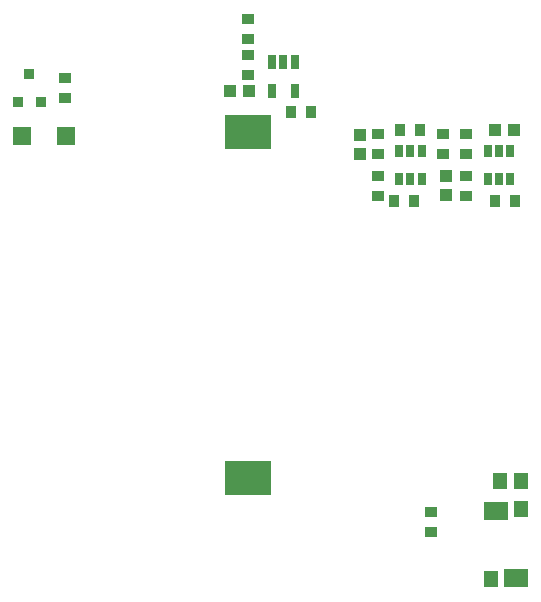
<source format=gbp>
%FSLAX43Y43*%
%MOMM*%
G71*
G01*
G75*
G04 Layer_Color=128*
%ADD10C,0.381*%
%ADD11C,11.500*%
%ADD12C,3.000*%
%ADD13C,0.800*%
%ADD14R,0.650X1.100*%
%ADD15R,3.937X2.921*%
%ADD16R,1.200X1.400*%
%ADD17R,1.000X1.000*%
%ADD18R,1.000X1.000*%
%ADD19R,0.900X1.000*%
%ADD20R,1.000X0.900*%
%ADD21R,2.000X1.650*%
%ADD22R,1.150X1.400*%
%ADD23R,0.900X0.950*%
%ADD24R,0.900X0.950*%
%ADD25R,1.500X1.600*%
%ADD26R,0.650X1.200*%
%ADD27C,0.203*%
%ADD28C,0.254*%
%ADD29C,0.508*%
%ADD30C,0.635*%
%ADD31C,3.810*%
%ADD32C,3.175*%
%ADD33C,2.032*%
%ADD34C,0.889*%
%ADD35C,11.000*%
%ADD36R,1.000X4.500*%
%ADD37R,1.000X2.500*%
%ADD38R,6.500X0.750*%
%ADD39R,4.000X2.500*%
%ADD40R,1.750X5.250*%
%ADD41R,5.500X2.250*%
%ADD42R,1.500X9.500*%
%ADD43R,9.500X1.000*%
%ADD44R,3.250X10.250*%
%ADD45R,0.750X4.000*%
%ADD46R,16.500X1.750*%
%ADD47R,16.500X1.500*%
%ADD48C,4.000*%
%ADD49C,2.100*%
%ADD50C,3.102*%
%ADD51R,3.750X13.000*%
%ADD52R,0.752X1.202*%
%ADD53R,4.039X3.023*%
%ADD54R,1.302X1.502*%
%ADD55R,1.102X1.102*%
%ADD56R,1.102X1.102*%
%ADD57R,1.002X1.102*%
%ADD58R,1.102X1.002*%
%ADD59R,2.102X1.752*%
%ADD60R,1.252X1.502*%
%ADD61R,1.002X1.052*%
%ADD62R,1.002X1.052*%
%ADD63R,1.602X1.702*%
%ADD64R,0.752X1.302*%
D14*
X37950Y54200D02*
D03*
X37000D02*
D03*
X36050D02*
D03*
Y51800D02*
D03*
X37000D02*
D03*
X37950D02*
D03*
X45450Y54200D02*
D03*
X44500D02*
D03*
X43550D02*
D03*
Y51800D02*
D03*
X44500D02*
D03*
X45450D02*
D03*
D15*
X23250Y26500D02*
D03*
Y55800D02*
D03*
D16*
X44600Y26250D02*
D03*
X46400D02*
D03*
D17*
X32750Y55550D02*
D03*
Y53950D02*
D03*
X40000Y52050D02*
D03*
Y50450D02*
D03*
D18*
X23300Y59250D02*
D03*
X21700D02*
D03*
X45800Y56000D02*
D03*
X44200D02*
D03*
D19*
X36150D02*
D03*
X37850D02*
D03*
X45850Y50000D02*
D03*
X44150D02*
D03*
X28600Y57500D02*
D03*
X26900D02*
D03*
X35650Y50000D02*
D03*
X37350D02*
D03*
D20*
X34250Y52100D02*
D03*
Y50400D02*
D03*
Y55600D02*
D03*
Y53900D02*
D03*
X41750Y52100D02*
D03*
Y50400D02*
D03*
X23250Y63650D02*
D03*
Y65350D02*
D03*
Y62350D02*
D03*
Y60650D02*
D03*
X39750Y53900D02*
D03*
Y55600D02*
D03*
X7750Y58650D02*
D03*
Y60350D02*
D03*
X41750Y55600D02*
D03*
Y53900D02*
D03*
X38750Y23600D02*
D03*
Y21900D02*
D03*
D21*
X44250Y23750D02*
D03*
X45950Y18050D02*
D03*
D22*
X46350Y23850D02*
D03*
X43850Y17950D02*
D03*
D23*
X5700Y58325D02*
D03*
X4750Y60675D02*
D03*
D24*
X3800Y58325D02*
D03*
D25*
X4150Y55500D02*
D03*
X7850D02*
D03*
D26*
X25300Y61700D02*
D03*
X26250D02*
D03*
X27200D02*
D03*
Y59300D02*
D03*
X25300D02*
D03*
M02*

</source>
